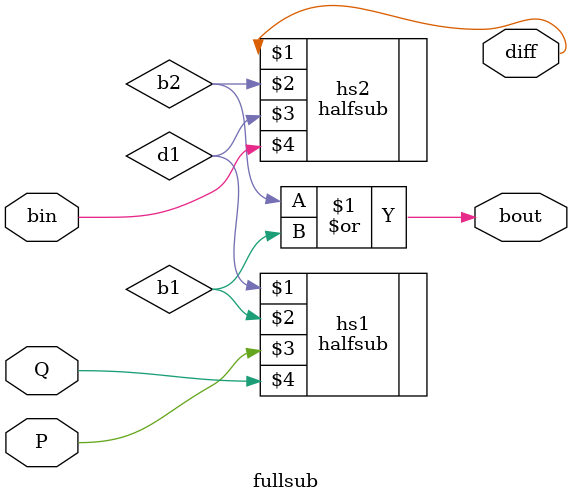
<source format=sv>
`include "halfsubtractor.sv"

module fullsub(output diff,bout, input P,Q,bin);
  wire d1,b1,b2;
  halfsub hs1(d1,b1,P,Q);
  halfsub hs2(diff,b2,d1,bin);
  or o(bout,b2,b1);
endmodule
</source>
